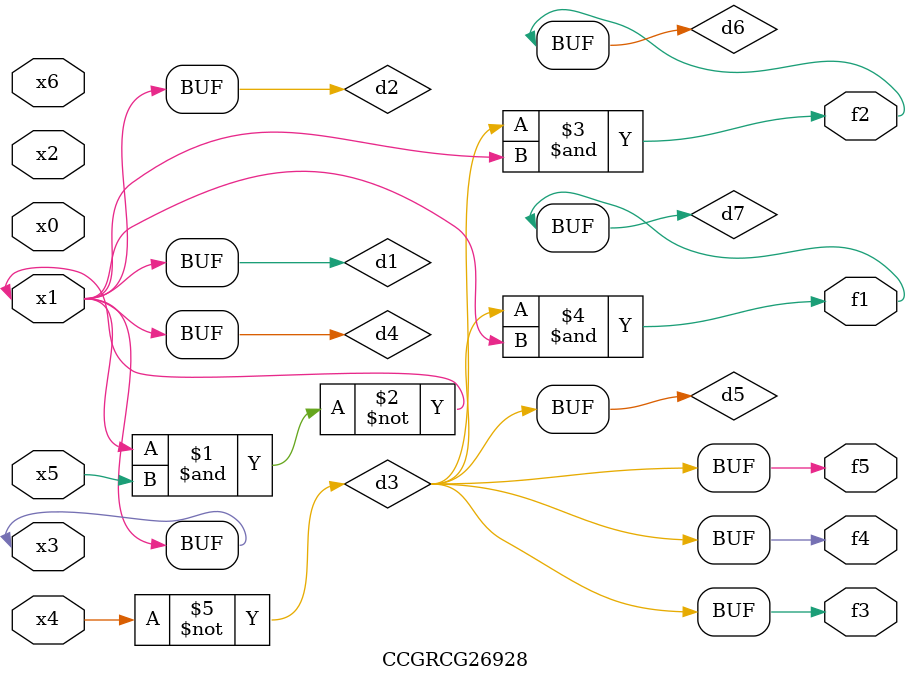
<source format=v>
module CCGRCG26928(
	input x0, x1, x2, x3, x4, x5, x6,
	output f1, f2, f3, f4, f5
);

	wire d1, d2, d3, d4, d5, d6, d7;

	buf (d1, x1, x3);
	nand (d2, x1, x5);
	not (d3, x4);
	buf (d4, d1, d2);
	buf (d5, d3);
	and (d6, d3, d4);
	and (d7, d3, d4);
	assign f1 = d7;
	assign f2 = d6;
	assign f3 = d5;
	assign f4 = d5;
	assign f5 = d5;
endmodule

</source>
